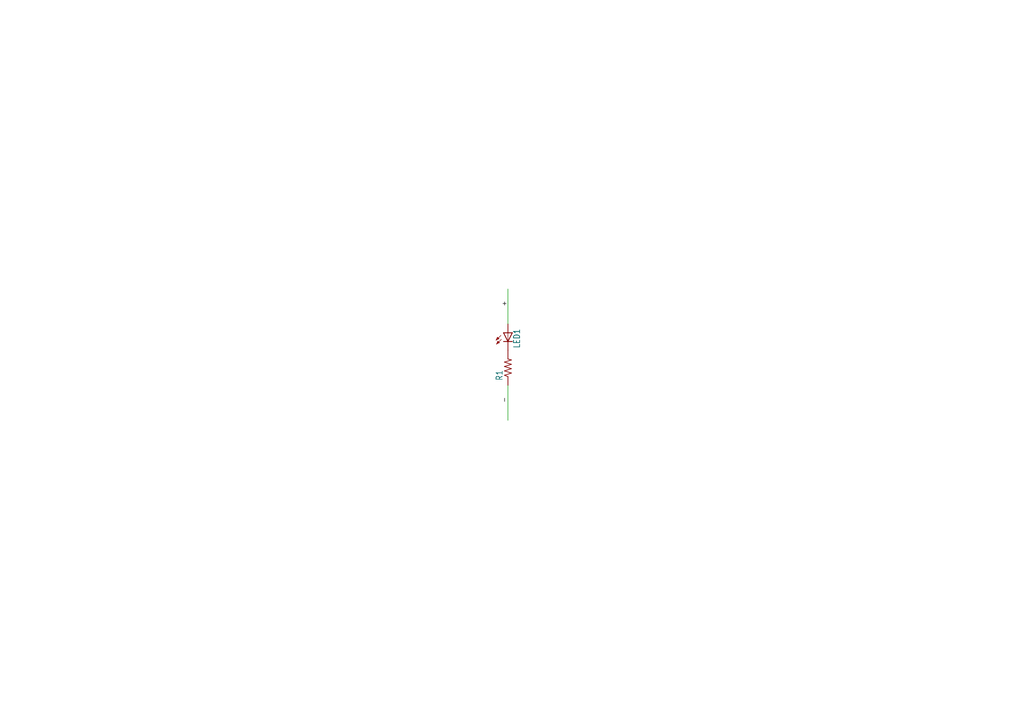
<source format=kicad_sch>
(kicad_sch (version 20230121) (generator eeschema)
  (paper "A4")
  (lib_symbols
    (symbol "working-eagle-import:LEDSMT1206"
      (property "Reference" "LED" (at 3.556 -4.572 90))
      (symbol "LEDSMT1206_1_0"
        (polyline (pts (xy -2.032 -0.762) (xy -3.429 -2.159)) (stroke (width 0.1524)))
        (polyline (pts (xy -1.905 -1.905) (xy -3.302 -3.302)) (stroke (width 0.1524)))
        (polyline (pts (xy 0 -2.54) (xy -1.27 -2.54)) (stroke (width 0.254)))
        (polyline (pts (xy 0 -2.54) (xy -1.27 0)) (stroke (width 0.254)))
        (polyline (pts (xy 0 0) (xy -1.27 0)) (stroke (width 0.254)))
        (polyline (pts (xy 0 0) (xy 0 -2.54)) (stroke (width 0.1524)))
        (polyline (pts (xy 1.27 -2.54) (xy 0 -2.54)) (stroke (width 0.254)))
        (polyline (pts (xy 1.27 0) (xy 0 -2.54)) (stroke (width 0.254)))
        (polyline (pts (xy 1.27 0) (xy 0 0)) (stroke (width 0.254)))
        (polyline (pts (xy -3.429 -2.159) (xy -3.048 -1.27) (xy -2.54 -1.778)) (stroke (width 0.1524)) (fill (type outline)))
        (polyline (pts (xy -3.302 -3.302) (xy -2.921 -2.413) (xy -2.413 -2.921)) (stroke (width 0.1524)) (fill (type outline)))
        (pin passive line (at 0 2.54 270) (length 2.54) (name "A") (number "A"))
        (pin passive line (at 0 -5.08 90) (length 2.54) (name "C") (number "C"))
      )
    )
    (symbol "working-eagle-import:R-US_R0603"
      (property "Reference" "R" (at -3.81 1.4986 0))
      (symbol "R-US_R0603_1_0"
        (polyline (pts (xy -2.54 0) (xy -2.159 1.016)) (stroke (width 0.2032)))
        (polyline (pts (xy -2.159 1.016) (xy -1.524 -1.016)) (stroke (width 0.2032)))
        (polyline (pts (xy -1.524 -1.016) (xy -0.889 1.016)) (stroke (width 0.2032)))
        (polyline (pts (xy -0.889 1.016) (xy -0.254 -1.016)) (stroke (width 0.2032)))
        (polyline (pts (xy -0.254 -1.016) (xy 0.381 1.016)) (stroke (width 0.2032)))
        (polyline (pts (xy 0.381 1.016) (xy 1.016 -1.016)) (stroke (width 0.2032)))
        (polyline (pts (xy 1.016 -1.016) (xy 1.651 1.016)) (stroke (width 0.2032)))
        (polyline (pts (xy 1.651 1.016) (xy 2.286 -1.016)) (stroke (width 0.2032)))
        (polyline (pts (xy 2.286 -1.016) (xy 2.54 0)) (stroke (width 0.2032)))
        (pin passive line (at -5.08 0 0) (length 2.54) (name "1") (number "1"))
        (pin passive line (at 5.08 0 180) (length 2.54) (name "2") (number "2"))
      )
    )
  )
  (wire (pts (xy 147.32 93.98) (xy 147.32 83.82)) (stroke (width 0.1524)))
  (wire (pts (xy 147.32 111.76) (xy 147.32 121.92)) (stroke (width 0.1524)))
  (label "-" (at 147.32 116.84 90) (effects (font (size 1.2446 1.2446))))
  (label "+" (at 147.32 88.9 90) (effects (font (size 1.2446 1.2446))))
  (symbol (lib_id "working-eagle-import:LEDSMT1206") (at 147.32 96.52 0) (unit 1)
    (property "Reference" "LED1" (at 150.876 101.092 90) (effects (font (size 1.778 1.5113)) (justify left bottom)))
    (property "Value" "LEDSMT1206" (effects hide))
    (property "Footprint" "working:1206" (effects hide))
  )
  (symbol (lib_id "working-eagle-import:R-US_R0603") (at 147.32 106.68 90) (unit 1)
    (property "Reference" "R1" (at 145.8214 110.49 0) (effects (font (size 1.778 1.5113)) (justify left bottom)))
    (property "Value" "R-US_R0603" (effects hide))
    (property "Footprint" "working:R0603" (effects hide))
  )
)
</source>
